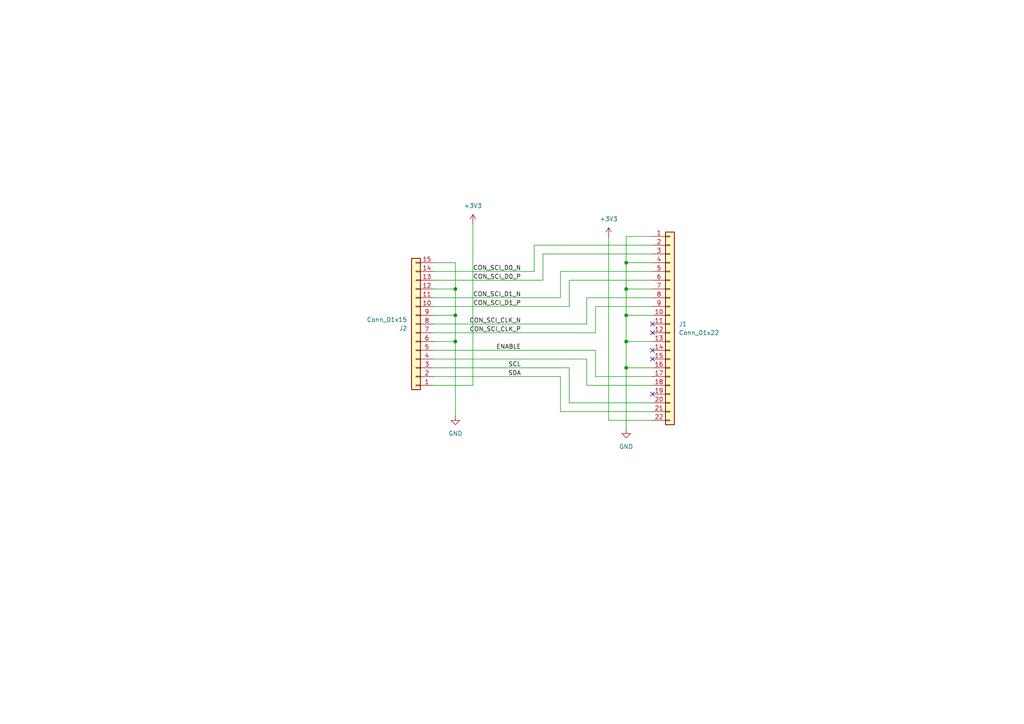
<source format=kicad_sch>
(kicad_sch (version 20250114) (generator "eeschema") (generator_version "9.0")
  (paper "A4")
  (lib_symbols
    (symbol "Connector_Generic:Conn_01x15" (pin_names (offset 1.016) (hide yes))
      (property "Reference" "J" (at 0 20.32 0))
      (property "Value" "Conn_01x15" (at 0 -20.32 0))
      (symbol "Conn_01x15_1_1"
        (rectangle (start -1.27 19.05) (end 1.27 -19.05) (stroke (width 0.254)) (fill (type background)))
        (rectangle (start -1.27 17.907) (end 0 17.653) (stroke (width 0.1524)))
        (rectangle (start -1.27 15.367) (end 0 15.113) (stroke (width 0.1524)))
        (rectangle (start -1.27 12.827) (end 0 12.573) (stroke (width 0.1524)))
        (rectangle (start -1.27 10.287) (end 0 10.033) (stroke (width 0.1524)))
        (rectangle (start -1.27 7.747) (end 0 7.493) (stroke (width 0.1524)))
        (rectangle (start -1.27 5.207) (end 0 4.953) (stroke (width 0.1524)))
        (rectangle (start -1.27 2.667) (end 0 2.413) (stroke (width 0.1524)))
        (rectangle (start -1.27 0.127) (end 0 -0.127) (stroke (width 0.1524)))
        (rectangle (start -1.27 -2.413) (end 0 -2.667) (stroke (width 0.1524)))
        (rectangle (start -1.27 -4.953) (end 0 -5.207) (stroke (width 0.1524)))
        (rectangle (start -1.27 -7.493) (end 0 -7.747) (stroke (width 0.1524)))
        (rectangle (start -1.27 -10.033) (end 0 -10.287) (stroke (width 0.1524)))
        (rectangle (start -1.27 -12.573) (end 0 -12.827) (stroke (width 0.1524)))
        (rectangle (start -1.27 -15.113) (end 0 -15.367) (stroke (width 0.1524)))
        (rectangle (start -1.27 -17.653) (end 0 -17.907) (stroke (width 0.1524)))
        (pin passive line (at -5.08 17.78 0) (length 3.81) (name "Pin_1") (number "1"))
        (pin passive line (at -5.08 15.24 0) (length 3.81) (name "Pin_2") (number "2"))
        (pin passive line (at -5.08 12.7 0) (length 3.81) (name "Pin_3") (number "3"))
        (pin passive line (at -5.08 10.16 0) (length 3.81) (name "Pin_4") (number "4"))
        (pin passive line (at -5.08 7.62 0) (length 3.81) (name "Pin_5") (number "5"))
        (pin passive line (at -5.08 5.08 0) (length 3.81) (name "Pin_6") (number "6"))
        (pin passive line (at -5.08 2.54 0) (length 3.81) (name "Pin_7") (number "7"))
        (pin passive line (at -5.08 0 0) (length 3.81) (name "Pin_8") (number "8"))
        (pin passive line (at -5.08 -2.54 0) (length 3.81) (name "Pin_9") (number "9"))
        (pin passive line (at -5.08 -5.08 0) (length 3.81) (name "Pin_10") (number "10"))
        (pin passive line (at -5.08 -7.62 0) (length 3.81) (name "Pin_11") (number "11"))
        (pin passive line (at -5.08 -10.16 0) (length 3.81) (name "Pin_12") (number "12"))
        (pin passive line (at -5.08 -12.7 0) (length 3.81) (name "Pin_13") (number "13"))
        (pin passive line (at -5.08 -15.24 0) (length 3.81) (name "Pin_14") (number "14"))
        (pin passive line (at -5.08 -17.78 0) (length 3.81) (name "Pin_15") (number "15"))
      )
    )
    (symbol "Connector_Generic:Conn_01x22" (pin_names (offset 1.016) (hide yes))
      (property "Reference" "J" (at 0 27.94 0))
      (property "Value" "Conn_01x22" (at 0 -30.48 0))
      (symbol "Conn_01x22_1_1"
        (rectangle (start -1.27 26.67) (end 1.27 -29.21) (stroke (width 0.254)) (fill (type background)))
        (rectangle (start -1.27 25.527) (end 0 25.273) (stroke (width 0.1524)))
        (rectangle (start -1.27 22.987) (end 0 22.733) (stroke (width 0.1524)))
        (rectangle (start -1.27 20.447) (end 0 20.193) (stroke (width 0.1524)))
        (rectangle (start -1.27 17.907) (end 0 17.653) (stroke (width 0.1524)))
        (rectangle (start -1.27 15.367) (end 0 15.113) (stroke (width 0.1524)))
        (rectangle (start -1.27 12.827) (end 0 12.573) (stroke (width 0.1524)))
        (rectangle (start -1.27 10.287) (end 0 10.033) (stroke (width 0.1524)))
        (rectangle (start -1.27 7.747) (end 0 7.493) (stroke (width 0.1524)))
        (rectangle (start -1.27 5.207) (end 0 4.953) (stroke (width 0.1524)))
        (rectangle (start -1.27 2.667) (end 0 2.413) (stroke (width 0.1524)))
        (rectangle (start -1.27 0.127) (end 0 -0.127) (stroke (width 0.1524)))
        (rectangle (start -1.27 -2.413) (end 0 -2.667) (stroke (width 0.1524)))
        (rectangle (start -1.27 -4.953) (end 0 -5.207) (stroke (width 0.1524)))
        (rectangle (start -1.27 -7.493) (end 0 -7.747) (stroke (width 0.1524)))
        (rectangle (start -1.27 -10.033) (end 0 -10.287) (stroke (width 0.1524)))
        (rectangle (start -1.27 -12.573) (end 0 -12.827) (stroke (width 0.1524)))
        (rectangle (start -1.27 -15.113) (end 0 -15.367) (stroke (width 0.1524)))
        (rectangle (start -1.27 -17.653) (end 0 -17.907) (stroke (width 0.1524)))
        (rectangle (start -1.27 -20.193) (end 0 -20.447) (stroke (width 0.1524)))
        (rectangle (start -1.27 -22.733) (end 0 -22.987) (stroke (width 0.1524)))
        (rectangle (start -1.27 -25.273) (end 0 -25.527) (stroke (width 0.1524)))
        (rectangle (start -1.27 -27.813) (end 0 -28.067) (stroke (width 0.1524)))
        (pin passive line (at -5.08 25.4 0) (length 3.81) (name "Pin_1") (number "1"))
        (pin passive line (at -5.08 22.86 0) (length 3.81) (name "Pin_2") (number "2"))
        (pin passive line (at -5.08 20.32 0) (length 3.81) (name "Pin_3") (number "3"))
        (pin passive line (at -5.08 17.78 0) (length 3.81) (name "Pin_4") (number "4"))
        (pin passive line (at -5.08 15.24 0) (length 3.81) (name "Pin_5") (number "5"))
        (pin passive line (at -5.08 12.7 0) (length 3.81) (name "Pin_6") (number "6"))
        (pin passive line (at -5.08 10.16 0) (length 3.81) (name "Pin_7") (number "7"))
        (pin passive line (at -5.08 7.62 0) (length 3.81) (name "Pin_8") (number "8"))
        (pin passive line (at -5.08 5.08 0) (length 3.81) (name "Pin_9") (number "9"))
        (pin passive line (at -5.08 2.54 0) (length 3.81) (name "Pin_10") (number "10"))
        (pin passive line (at -5.08 0 0) (length 3.81) (name "Pin_11") (number "11"))
        (pin passive line (at -5.08 -2.54 0) (length 3.81) (name "Pin_12") (number "12"))
        (pin passive line (at -5.08 -5.08 0) (length 3.81) (name "Pin_13") (number "13"))
        (pin passive line (at -5.08 -7.62 0) (length 3.81) (name "Pin_14") (number "14"))
        (pin passive line (at -5.08 -10.16 0) (length 3.81) (name "Pin_15") (number "15"))
        (pin passive line (at -5.08 -12.7 0) (length 3.81) (name "Pin_16") (number "16"))
        (pin passive line (at -5.08 -15.24 0) (length 3.81) (name "Pin_17") (number "17"))
        (pin passive line (at -5.08 -17.78 0) (length 3.81) (name "Pin_18") (number "18"))
        (pin passive line (at -5.08 -20.32 0) (length 3.81) (name "Pin_19") (number "19"))
        (pin passive line (at -5.08 -22.86 0) (length 3.81) (name "Pin_20") (number "20"))
        (pin passive line (at -5.08 -25.4 0) (length 3.81) (name "Pin_21") (number "21"))
        (pin passive line (at -5.08 -27.94 0) (length 3.81) (name "Pin_22") (number "22"))
      )
    )
    (symbol "power:+3V3" (power) (pin_numbers (hide yes)) (pin_names (offset 0) (hide yes))
      (property "Value" "+3V3" (at 0 3.556 0))
      (symbol "+3V3_0_1"
        (polyline (pts (xy -0.762 1.27) (xy 0 2.54)))
        (polyline (pts (xy 0 2.54) (xy 0.762 1.27)))
        (polyline (pts (xy 0 0) (xy 0 2.54)))
      )
      (symbol "+3V3_1_1"
        (pin power_in line (at 0 0 90) (length 0) (name "~") (number "1"))
      )
    )
    (symbol "power:GND" (power) (pin_numbers (hide yes)) (pin_names (offset 0) (hide yes))
      (property "Value" "GND" (at 0 -3.81 0))
      (symbol "GND_0_1"
        (polyline (pts (xy 0 0) (xy 0 -1.27) (xy 1.27 -1.27) (xy 0 -2.54) (xy -1.27 -1.27) (xy 0 -1.27)))
      )
      (symbol "GND_1_1"
        (pin power_in line (at 0 0 270) (length 0) (name "~") (number "1"))
      )
    )
  )
  (junction (at 181.61 99.06))
  (junction (at 181.61 91.44))
  (junction (at 181.61 76.2))
  (junction (at 181.61 106.68))
  (junction (at 132.08 83.82))
  (junction (at 181.61 83.82))
  (junction (at 132.08 91.44))
  (junction (at 132.08 99.06))
  (no_connect (at 189.23 114.3))
  (no_connect (at 189.23 101.6))
  (no_connect (at 189.23 96.52))
  (no_connect (at 189.23 104.14))
  (no_connect (at 189.23 93.98))
  (wire (pts (xy 165.1 106.68) (xy 165.1 116.84)))
  (wire (pts (xy 170.18 86.36) (xy 189.23 86.36)))
  (wire (pts (xy 181.61 91.44) (xy 181.61 99.06)))
  (wire (pts (xy 125.73 78.74) (xy 154.94 78.74)))
  (wire (pts (xy 125.73 76.2) (xy 132.08 76.2)))
  (wire (pts (xy 125.73 99.06) (xy 132.08 99.06)))
  (wire (pts (xy 162.56 78.74) (xy 189.23 78.74)))
  (wire (pts (xy 125.73 93.98) (xy 170.18 93.98)))
  (wire (pts (xy 165.1 88.9) (xy 165.1 81.28)))
  (wire (pts (xy 132.08 91.44) (xy 132.08 99.06)))
  (wire (pts (xy 170.18 93.98) (xy 170.18 86.36)))
  (wire (pts (xy 132.08 76.2) (xy 132.08 83.82)))
  (wire (pts (xy 181.61 91.44) (xy 189.23 91.44)))
  (wire (pts (xy 154.94 71.12) (xy 189.23 71.12)))
  (wire (pts (xy 125.73 109.22) (xy 162.56 109.22)))
  (wire (pts (xy 181.61 83.82) (xy 181.61 91.44)))
  (wire (pts (xy 181.61 76.2) (xy 181.61 83.82)))
  (wire (pts (xy 165.1 116.84) (xy 189.23 116.84)))
  (wire (pts (xy 125.73 96.52) (xy 172.72 96.52)))
  (wire (pts (xy 165.1 81.28) (xy 189.23 81.28)))
  (wire (pts (xy 189.23 88.9) (xy 172.72 88.9)))
  (wire (pts (xy 157.48 73.66) (xy 189.23 73.66)))
  (wire (pts (xy 162.56 109.22) (xy 162.56 119.38)))
  (wire (pts (xy 181.61 68.58) (xy 181.61 76.2)))
  (wire (pts (xy 125.73 104.14) (xy 170.18 104.14)))
  (wire (pts (xy 181.61 83.82) (xy 189.23 83.82)))
  (wire (pts (xy 170.18 104.14) (xy 170.18 111.76)))
  (wire (pts (xy 125.73 111.76) (xy 137.16 111.76)))
  (wire (pts (xy 132.08 99.06) (xy 132.08 120.65)))
  (wire (pts (xy 125.73 83.82) (xy 132.08 83.82)))
  (wire (pts (xy 172.72 109.22) (xy 189.23 109.22)))
  (wire (pts (xy 157.48 81.28) (xy 157.48 73.66)))
  (wire (pts (xy 162.56 86.36) (xy 162.56 78.74)))
  (wire (pts (xy 189.23 68.58) (xy 181.61 68.58)))
  (wire (pts (xy 181.61 106.68) (xy 189.23 106.68)))
  (wire (pts (xy 181.61 99.06) (xy 189.23 99.06)))
  (wire (pts (xy 125.73 88.9) (xy 165.1 88.9)))
  (wire (pts (xy 170.18 111.76) (xy 189.23 111.76)))
  (wire (pts (xy 125.73 106.68) (xy 165.1 106.68)))
  (wire (pts (xy 125.73 81.28) (xy 157.48 81.28)))
  (wire (pts (xy 176.53 68.58) (xy 176.53 121.92)))
  (wire (pts (xy 137.16 111.76) (xy 137.16 64.77)))
  (wire (pts (xy 172.72 88.9) (xy 172.72 96.52)))
  (wire (pts (xy 172.72 101.6) (xy 172.72 109.22)))
  (wire (pts (xy 154.94 78.74) (xy 154.94 71.12)))
  (wire (pts (xy 162.56 119.38) (xy 189.23 119.38)))
  (wire (pts (xy 181.61 76.2) (xy 189.23 76.2)))
  (wire (pts (xy 189.23 121.92) (xy 176.53 121.92)))
  (wire (pts (xy 181.61 106.68) (xy 181.61 124.46)))
  (wire (pts (xy 125.73 91.44) (xy 132.08 91.44)))
  (wire (pts (xy 125.73 86.36) (xy 162.56 86.36)))
  (wire (pts (xy 132.08 83.82) (xy 132.08 91.44)))
  (wire (pts (xy 125.73 101.6) (xy 172.72 101.6)))
  (wire (pts (xy 181.61 99.06) (xy 181.61 106.68)))
  (label "CON_SCI_CLK_N" (at 151.13 93.98 180))
  (label "CON_SCI_D1_P" (at 151.13 88.9 180))
  (label "CON_SCI_CLK_P" (at 151.13 96.52 180))
  (label "CON_SCI_D0_P" (at 151.13 81.28 180))
  (label "CON_SCI_D1_N" (at 151.13 86.36 180))
  (label "ENABLE" (at 151.13 101.6 180))
  (label "CON_SCI_D0_N" (at 151.13 78.74 180))
  (label "SDA" (at 151.13 109.22 180))
  (label "SCL" (at 151.13 106.68 180))
  (symbol (lib_id "power:GND") (at 132.08 120.65 0) (unit 1)
    (property "Reference" "#PWR01" (effects (hide yes)))
    (property "Value" "GND" (at 132.08 125.73 0))
    (property "Description" "Power symbol creates a global label with name \"GND\" , ground" (effects (hide yes)))
  )
  (symbol (lib_id "Connector_Generic:Conn_01x22") (at 194.31 93.98 0) (unit 1)
    (property "Reference" "J1" (at 196.85 93.9799 0) (effects (justify left)))
    (property "Value" "Conn_01x22" (at 196.85 96.5199 0) (effects (justify left)))
    (property "Footprint" "lib:FPC-22P-0.5mm" (effects (hide yes)))
    (property "Description" "Generic connector, single row, 01x22, script generated (kicad-library-utils/schlib/autogen/connector/)" (effects (hide yes)))
  )
  (symbol (lib_id "power:GND") (at 181.61 124.46 0) (unit 1)
    (property "Reference" "#PWR03" (effects (hide yes)))
    (property "Value" "GND" (at 181.61 129.54 0))
    (property "Description" "Power symbol creates a global label with name \"GND\" , ground" (effects (hide yes)))
  )
  (symbol (lib_id "power:+3V3") (at 137.16 64.77 0) (unit 1)
    (property "Reference" "#PWR02" (effects (hide yes)))
    (property "Value" "+3V3" (at 137.16 59.69 0))
    (property "Description" "Power symbol creates a global label with name \"+3V3\"" (effects (hide yes)))
  )
  (symbol (lib_id "Connector_Generic:Conn_01x15") (at 120.65 93.98 180) (unit 1)
    (property "Reference" "J2" (at 118.11 95.2501 0) (effects (justify left)))
    (property "Value" "Conn_01x15" (at 118.11 92.7101 0) (effects (justify left)))
    (property "Footprint" "lib:FPC-15P-1mm" (effects (hide yes)))
    (property "Description" "Generic connector, single row, 01x15, script generated (kicad-library-utils/schlib/autogen/connector/)" (effects (hide yes)))
  )
  (symbol (lib_id "power:+3V3") (at 176.53 68.58 0) (unit 1)
    (property "Reference" "#PWR04" (effects (hide yes)))
    (property "Value" "+3V3" (at 176.53 63.5 0))
    (property "Description" "Power symbol creates a global label with name \"+3V3\"" (effects (hide yes)))
  )
)
</source>
